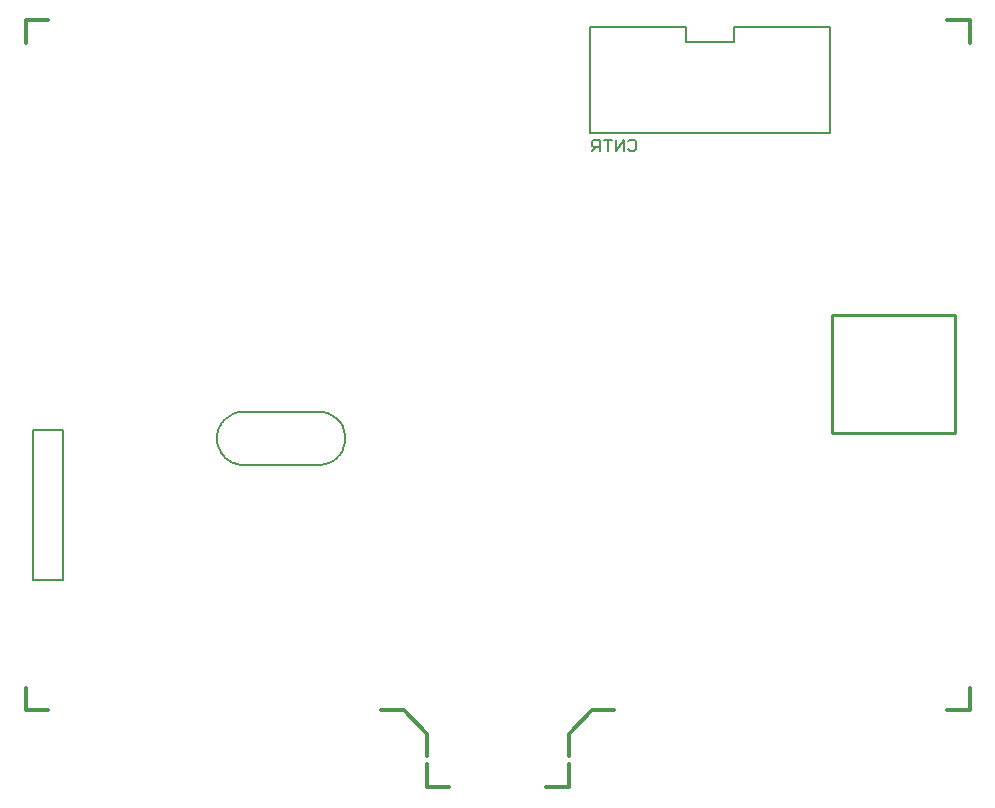
<source format=gbo>
%FSTAX23Y23*%
%MOIN*%
%SFA1B1*%

%IPPOS*%
%ADD37C,0.012000*%
%ADD45C,0.010000*%
%ADD72C,0.008000*%
%ADD73C,0.007870*%
%LNunisolder52_front-1*%
%LPD*%
G54D37*
X00161Y-01555D02*
X00236D01*
Y-0148*
X-00236Y-01555D02*
Y-0148D01*
Y-01555D02*
X-00161D01*
X-01574Y-01299D02*
Y-01224D01*
Y-01299D02*
X-01499D01*
X01499D02*
X01574D01*
Y-01224*
Y00925D02*
Y01D01*
X01499D02*
X01574D01*
X-01574Y00925D02*
Y01D01*
X-01499*
X00236Y-01452D02*
Y-01377D01*
X00314Y-01299*
X00389*
X-00236Y-01452D02*
Y-01377D01*
X-00314Y-01299D02*
X-00236Y-01377D01*
X-00389Y-01299D02*
X-00314D01*
G54D45*
X01115Y-00375D02*
Y00017D01*
X01525*
Y-00375D02*
Y00017D01*
X01115Y-00375D02*
X01525D01*
G54D72*
X-00847Y-00304D02*
D01*
X-00853Y-00304*
X-00859Y-00304*
X-00866Y-00305*
X-00872Y-00307*
X-00877Y-00309*
X-00883Y-00311*
X-00889Y-00314*
X-00894Y-00317*
X-00899Y-00321*
X-00904Y-00324*
X-00909Y-00328*
X-00913Y-00333*
X-00917Y-00338*
X-00921Y-00343*
X-00924Y-00348*
X-00927Y-00353*
X-0093Y-00359*
X-00932Y-00365*
X-00933Y-00371*
X-00935Y-00377*
X-00936Y-00383*
X-00936Y-00389*
Y-00396*
X-00936Y-00402*
X-00935Y-00408*
X-00933Y-00414*
X-00932Y-0042*
X-0093Y-00426*
X-00927Y-00432*
X-00924Y-00437*
X-00921Y-00442*
X-00917Y-00447*
X-00913Y-00452*
X-00909Y-00457*
X-00904Y-00461*
X-00899Y-00465*
X-00894Y-00468*
X-00889Y-00471*
X-00883Y-00474*
X-00877Y-00476*
X-00872Y-00478*
X-00866Y-0048*
X-00859Y-00481*
X-00853Y-00481*
X-00847Y-00482*
X-00597D02*
D01*
X-00591Y-00481*
X-00585Y-00481*
X-00579Y-0048*
X-00573Y-00478*
X-00567Y-00476*
X-00561Y-00474*
X-00555Y-00471*
X-0055Y-00468*
X-00545Y-00465*
X-0054Y-00461*
X-00535Y-00457*
X-00531Y-00452*
X-00527Y-00447*
X-00523Y-00442*
X-0052Y-00437*
X-00517Y-00432*
X-00515Y-00426*
X-00512Y-0042*
X-00511Y-00414*
X-00509Y-00408*
X-00509Y-00402*
X-00508Y-00396*
Y-00389*
X-00509Y-00383*
X-00509Y-00377*
X-00511Y-00371*
X-00512Y-00365*
X-00515Y-00359*
X-00517Y-00353*
X-0052Y-00348*
X-00523Y-00343*
X-00527Y-00338*
X-00531Y-00333*
X-00535Y-00328*
X-0054Y-00324*
X-00545Y-00321*
X-0055Y-00317*
X-00555Y-00314*
X-00561Y-00311*
X-00567Y-00309*
X-00573Y-00307*
X-00579Y-00305*
X-00585Y-00304*
X-00591Y-00304*
X-00597Y-00304*
X-00847D02*
X-00597D01*
X-00847Y-00482D02*
X-00597D01*
X00434Y00597D02*
X00441Y00603D01*
X00454*
X00461Y00597*
Y0057*
X00454Y00564*
X00441*
X00434Y0057*
X00421Y00564D02*
Y00603D01*
X00394Y00564*
Y00603*
X00381D02*
X00354D01*
X00367*
Y00564*
X00341D02*
Y00603D01*
X00321*
X00314Y00597*
Y00583*
X00321Y00577*
X00341*
X00327D02*
X00314Y00564D01*
G54D73*
X-0155Y-00366D02*
X-0145D01*
X-0155Y-00866D02*
Y-00366D01*
X-0145Y-00866D02*
Y-00366D01*
X-0155Y-00866D02*
X-0145D01*
X01106Y00624D02*
Y00977D01*
X00306Y00624D02*
Y00977D01*
Y00624D02*
X01106D01*
X00626Y00927D02*
X00786D01*
X00904Y00977D02*
X01106D01*
X00306D02*
X00456D01*
X00786D02*
X00904D01*
X00786Y00927D02*
Y00977D01*
X00626Y00927D02*
Y00977D01*
X00456D02*
X00626D01*
M02*
</source>
